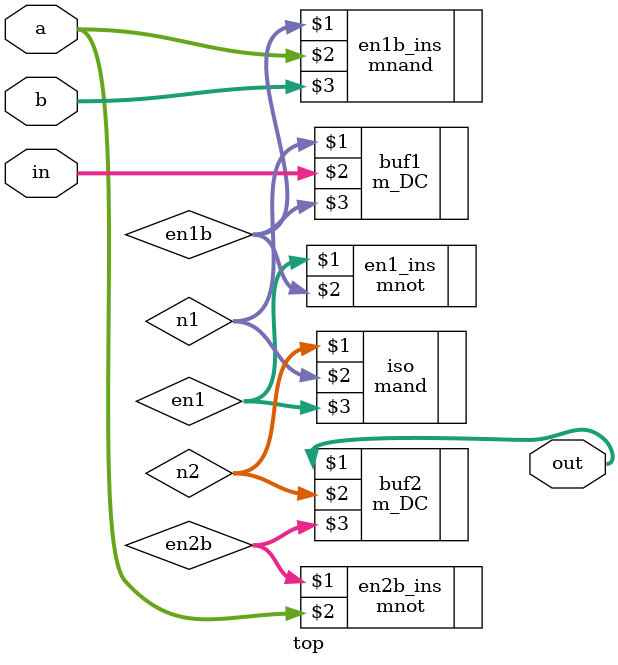
<source format=v>
module top(in, a, b, out);
input [1:0] in, a, b;
output [1:0] out;
wire [1:0] n2, n1, en1, en2b, en1b, out, b, a, in;
mnand en1b_ins(en1b, a, b);
mnot en2b_ins(en2b, a);
mnot en1_ins(en1, en1b);
m_DC buf1(n1, in, en1b);
mand iso(n2, n1, en1);
m_DC buf2(out, n2, en2b);
endmodule

</source>
